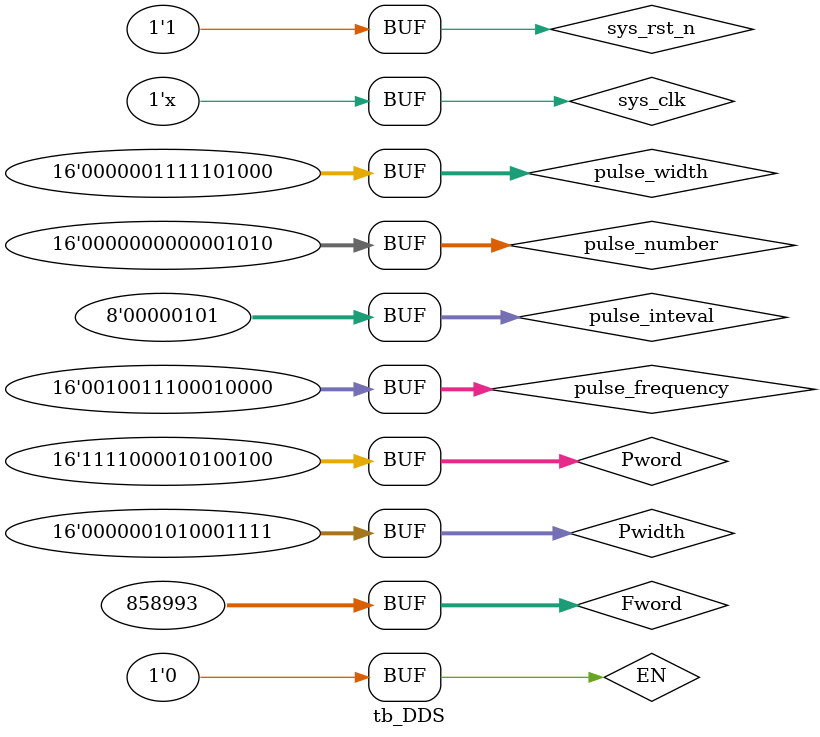
<source format=v>
`timescale 1ns/1ns


module tb_DDS();

reg		sys_clk		;
reg		sys_rst_n	;
reg		EN;


 

reg [31:0]Fword;/*频率控制字*/
reg [15:0]Pword;/*相位控制字*/
reg [15:0]Pwidth;
wire DA_Clk1;/*DA数据输出时钟*/
wire DA_Clk2;/*DA数据输出时钟*/
wire [13:0]DA_Data1;/*D输出输出A*/
wire [13:0]DA_Data2;/*D输出输出A*/
reg [15:0] pulse_number;
reg  [15:0] pulse_frequency;
reg  [7:0] 	pulse_inteval;
reg  [15:0] pulse_width;


/*脉冲信号源参数设计
	系统频率 ：Fclk=50MHZ(20ns);
	频率字：FWord 32bit，最小分辨率Fout(min)=Fclk/2^(32)=0.0116Hz;最大频率25MHz
	输出频率：Fout=Fword*50MHZ/2^(32);关系Fword=2^32/50M*Fout=[85.8993459*Fout]
	输出脉宽：脉宽精度 1/2^(14)*(1/Fout)*10^6=61.03ns/kHZ,关系width=Pwidth*1/2^(14)*(1/Fout)
	Pwidth=2^(14)*Fout*width=16.384*Fout*width /us.Khz
	相位：interval=Pword/2^(14)*1/Fout-width;Pword=2^14-(interval+width)*Fout*2^(14);
	*/
	




initial
	begin
	sys_clk=1'b1;
	sys_rst_n<=1'b0;
	Fword<=32'd0;
	Pword<=16'd0;
	Pwidth<=16'd0;
	pulse_frequency=10000;
	pulse_inteval=5;
	pulse_width=1000;
	
	EN<=0;
	pulse_number=10;
	#20
	Fword=(48'hffffffff+1)*pulse_frequency/(50*1000000);
	Pwidth=(48'hffff+1)*pulse_frequency*pulse_width/1000000000;
	Pword=(17'hffff+1)-(48'hffff+1)*(pulse_inteval*1000+pulse_width)*pulse_frequency/1000000000;
	sys_rst_n<=1'b1;
	EN<=0;
	#20000
	EN<=1;
	#20020
	EN<=0;
	
	/* Fword=(48'hffffffff+1)*500/(50*1000000);
	Pwidth=(48'h3fff+1)*500*1000/1000000000;
	Pword=(14'h3fff+1)-(48'h3fff+1)*(90*1000+1000)*500/1000000000;
	pulse_numbe=10; */
	end
always #10 sys_clk=~sys_clk;


DDS_Module DDS_Module_inst1(
	.Clk	(sys_clk)	,
	.Rst_n	(1)	,
	.EN		(EN)	,
	.Fword	(Fword)	,
	.Pword	(16'd0)	,
	.Pwidth	(Pwidth)	,
	.DA_Clk	(DA_Clk1)	,
	.DA_Data(DA_Data1),
	.num	(pulse_number)
);


DDS_Module DDS_Module_inst2(
	.Clk	(sys_clk)	,
	.Rst_n	(1)	,
	.EN		(EN)	,
	.Fword	(Fword)	,
	.Pword	(Pword)	,
	.Pwidth	(Pwidth)	,
	.DA_Clk	(DA_Clk2)	,
	.DA_Data(DA_Data2),
	.num	(pulse_number+1)
);





/* DDS_Module DDS_Module_inst(
	.Clk	(sys_clk)	,
	.Rst_n	(sys_rst_n)	,
	.EN		(EN)	,
	.Fword	(Fword)	,
	.Pword	(Pword)	,
	.Pwidth	(Pwidth)	,
	.DA_Clk	(DA_Clk)	,
	.DA_Data(DA_Data)
); */


endmodule
</source>
